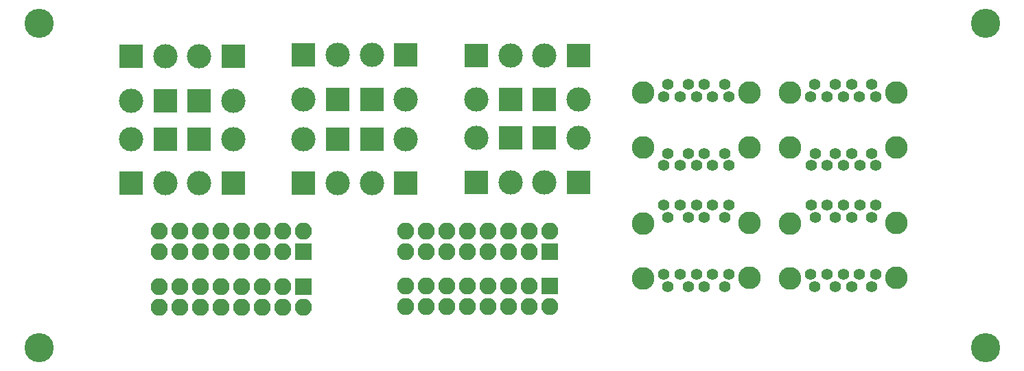
<source format=gbr>
G04 #@! TF.FileFunction,Soldermask,Bot*
%FSLAX46Y46*%
G04 Gerber Fmt 4.6, Leading zero omitted, Abs format (unit mm)*
G04 Created by KiCad (PCBNEW 4.0.7) date 04/23/18 17:21:14*
%MOMM*%
%LPD*%
G01*
G04 APERTURE LIST*
%ADD10C,0.100000*%
%ADD11C,3.600000*%
%ADD12C,3.000000*%
%ADD13R,3.000000X3.000000*%
%ADD14R,2.100000X2.100000*%
%ADD15O,2.100000X2.100000*%
%ADD16C,2.800000*%
%ADD17C,1.400000*%
G04 APERTURE END LIST*
D10*
D11*
X227610000Y-89750000D03*
X227610000Y-49750000D03*
X110850000Y-89750000D03*
D12*
X173219824Y-69329112D03*
D13*
X177436224Y-69329112D03*
D12*
X169003424Y-69329112D03*
D13*
X164787024Y-69329112D03*
X169003424Y-63842712D03*
X173219824Y-63842712D03*
D12*
X164787024Y-63842712D03*
X177436224Y-63842712D03*
X173219824Y-53656312D03*
D13*
X177436224Y-53656312D03*
D12*
X169003424Y-53656312D03*
D13*
X164787024Y-53656312D03*
X169003424Y-59142712D03*
X173219824Y-59142712D03*
D12*
X164787024Y-59142712D03*
X177436224Y-59142712D03*
X130620860Y-69474308D03*
D13*
X134837260Y-69474308D03*
D12*
X126404460Y-69474308D03*
D13*
X122188060Y-69474308D03*
X126404460Y-63987908D03*
X130620860Y-63987908D03*
D12*
X122188060Y-63987908D03*
X134837260Y-63987908D03*
X130620860Y-53801508D03*
D13*
X134837260Y-53801508D03*
D12*
X126404460Y-53801508D03*
D13*
X122188060Y-53801508D03*
X126404460Y-59287908D03*
X130620860Y-59287908D03*
D12*
X122188060Y-59287908D03*
X134837260Y-59287908D03*
X151890860Y-69474308D03*
D13*
X156107260Y-69474308D03*
D12*
X147674460Y-69474308D03*
D13*
X143458060Y-69474308D03*
X147674460Y-63987908D03*
X151890860Y-63987908D03*
D12*
X143458060Y-63987908D03*
X156107260Y-63987908D03*
X151890860Y-53641508D03*
D13*
X156107260Y-53641508D03*
D12*
X147674460Y-53641508D03*
D13*
X143458060Y-53641508D03*
X147674460Y-59127908D03*
X151890860Y-59127908D03*
D12*
X143458060Y-59127908D03*
X156107260Y-59127908D03*
D14*
X143448376Y-77929708D03*
D15*
X143448376Y-75389708D03*
X140908376Y-77929708D03*
X140908376Y-75389708D03*
X138368376Y-77929708D03*
X138368376Y-75389708D03*
X135828376Y-77929708D03*
X135828376Y-75389708D03*
X133288376Y-77929708D03*
X133288376Y-75389708D03*
X130748376Y-77929708D03*
X130748376Y-75389708D03*
X128208376Y-77929708D03*
X128208376Y-75389708D03*
X125668376Y-77929708D03*
X125668376Y-75389708D03*
D14*
X143503375Y-82249708D03*
D15*
X143503375Y-84789708D03*
X140963375Y-82249708D03*
X140963375Y-84789708D03*
X138423375Y-82249708D03*
X138423375Y-84789708D03*
X135883375Y-82249708D03*
X135883375Y-84789708D03*
X133343375Y-82249708D03*
X133343375Y-84789708D03*
X130803375Y-82249708D03*
X130803375Y-84789708D03*
X128263375Y-82249708D03*
X128263375Y-84789708D03*
X125723375Y-82249708D03*
X125723375Y-84789708D03*
D14*
X173886956Y-77931658D03*
D15*
X173886956Y-75391658D03*
X171346956Y-77931658D03*
X171346956Y-75391658D03*
X168806956Y-77931658D03*
X168806956Y-75391658D03*
X166266956Y-77931658D03*
X166266956Y-75391658D03*
X163726956Y-77931658D03*
X163726956Y-75391658D03*
X161186956Y-77931658D03*
X161186956Y-75391658D03*
X158646956Y-77931658D03*
X158646956Y-75391658D03*
X156106956Y-77931658D03*
X156106956Y-75391658D03*
D14*
X173886956Y-82181658D03*
D15*
X173886956Y-84721658D03*
X171346956Y-82181658D03*
X171346956Y-84721658D03*
X168806956Y-82181658D03*
X168806956Y-84721658D03*
X166266956Y-82181658D03*
X166266956Y-84721658D03*
X163726956Y-82181658D03*
X163726956Y-84721658D03*
X161186956Y-82181658D03*
X161186956Y-84721658D03*
X158646956Y-82181658D03*
X158646956Y-84721658D03*
X156106956Y-82181658D03*
X156106956Y-84721658D03*
D11*
X110850000Y-49750000D03*
D16*
X203500000Y-81210000D03*
X203500000Y-74410000D03*
X216640000Y-74360000D03*
X216640000Y-81160000D03*
D17*
X213570000Y-82190000D03*
X206570000Y-82190000D03*
X209070000Y-82190000D03*
X211070000Y-82190000D03*
X214070000Y-80690000D03*
X212070000Y-80690000D03*
X210080000Y-80690000D03*
X208070000Y-80690000D03*
X206070000Y-80690000D03*
X206590000Y-73680000D03*
X209090000Y-73680000D03*
X211090000Y-73680000D03*
X213590000Y-73680000D03*
X214090000Y-72180000D03*
X212090000Y-72180000D03*
X210090000Y-72180000D03*
X208090000Y-72180000D03*
X206090000Y-72180000D03*
D16*
X185360000Y-81210000D03*
X185360000Y-74410000D03*
X198500000Y-74360000D03*
X198500000Y-81160000D03*
D17*
X195430000Y-82190000D03*
X188430000Y-82190000D03*
X190930000Y-82190000D03*
X192930000Y-82190000D03*
X195930000Y-80690000D03*
X193930000Y-80690000D03*
X191940000Y-80690000D03*
X189930000Y-80690000D03*
X187930000Y-80690000D03*
X188450000Y-73680000D03*
X190950000Y-73680000D03*
X192950000Y-73680000D03*
X195450000Y-73680000D03*
X195950000Y-72180000D03*
X193950000Y-72180000D03*
X191950000Y-72180000D03*
X189950000Y-72180000D03*
X187950000Y-72180000D03*
D16*
X203500000Y-58230000D03*
X203500000Y-65030000D03*
X216640000Y-65080000D03*
X216640000Y-58280000D03*
D17*
X213570000Y-57250000D03*
X206570000Y-57250000D03*
X209070000Y-57250000D03*
X211070000Y-57250000D03*
X214070000Y-58750000D03*
X212070000Y-58750000D03*
X210080000Y-58750000D03*
X208070000Y-58750000D03*
X206070000Y-58750000D03*
X206590000Y-65760000D03*
X209090000Y-65760000D03*
X211090000Y-65760000D03*
X213590000Y-65760000D03*
X214090000Y-67260000D03*
X212090000Y-67260000D03*
X210090000Y-67260000D03*
X208090000Y-67260000D03*
X206090000Y-67260000D03*
D16*
X185360000Y-58230000D03*
X185360000Y-65030000D03*
X198500000Y-65080000D03*
X198500000Y-58280000D03*
D17*
X195430000Y-57250000D03*
X188430000Y-57250000D03*
X190930000Y-57250000D03*
X192930000Y-57250000D03*
X195930000Y-58750000D03*
X193930000Y-58750000D03*
X191940000Y-58750000D03*
X189930000Y-58750000D03*
X187930000Y-58750000D03*
X188450000Y-65760000D03*
X190950000Y-65760000D03*
X192950000Y-65760000D03*
X195450000Y-65760000D03*
X195950000Y-67260000D03*
X193950000Y-67260000D03*
X191950000Y-67260000D03*
X189950000Y-67260000D03*
X187950000Y-67260000D03*
M02*

</source>
